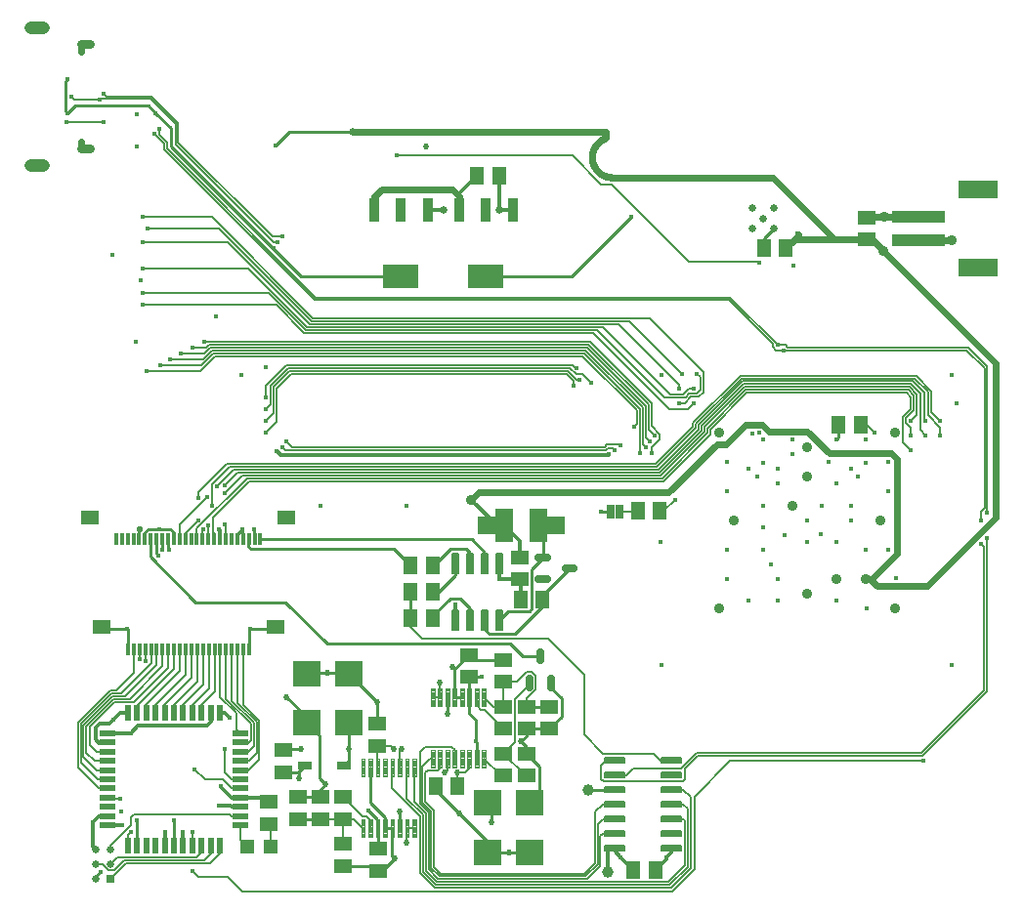
<source format=gbr>
G04 EAGLE Gerber RS-274X export*
G75*
%MOMM*%
%FSLAX34Y34*%
%LPD*%
%INTop Copper*%
%IPPOS*%
%AMOC8*
5,1,8,0,0,1.08239X$1,22.5*%
G01*
%ADD10C,1.100000*%
%ADD11C,0.754000*%
%ADD12C,0.604000*%
%ADD13R,1.300000X1.500000*%
%ADD14R,0.300000X1.000000*%
%ADD15R,1.650000X1.300000*%
%ADD16R,0.508000X1.473200*%
%ADD17R,1.473200X0.508000*%
%ADD18R,1.200000X1.200000*%
%ADD19R,1.600000X1.300000*%
%ADD20C,0.150000*%
%ADD21R,1.300000X1.600000*%
%ADD22C,1.000000*%
%ADD23C,0.635000*%
%ADD24R,0.635000X0.635000*%
%ADD25R,1.500000X3.000000*%
%ADD26C,0.650000*%
%ADD27R,1.500000X1.300000*%
%ADD28C,0.654000*%
%ADD29R,4.600000X1.000000*%
%ADD30R,3.400000X1.600000*%
%ADD31R,0.950000X2.150000*%
%ADD32R,3.150000X2.150000*%
%ADD33R,0.635000X1.270000*%
%ADD34C,0.102500*%
%ADD35R,2.413000X2.260600*%
%ADD36R,1.150000X0.800000*%
%ADD37C,0.452400*%
%ADD38C,0.900000*%
%ADD39C,0.304800*%
%ADD40C,0.254000*%
%ADD41C,0.609600*%
%ADD42C,0.525000*%
%ADD43C,0.533400*%
%ADD44C,0.152400*%
%ADD45C,0.675000*%
%ADD46C,0.600000*%

G36*
X484587Y313162D02*
X484587Y313162D01*
X484582Y313169D01*
X484589Y313175D01*
X484589Y328175D01*
X484553Y328222D01*
X484546Y328217D01*
X484540Y328224D01*
X459740Y328224D01*
X459693Y328188D01*
X459698Y328181D01*
X459691Y328175D01*
X459691Y313175D01*
X459727Y313128D01*
X459734Y313133D01*
X459740Y313126D01*
X484540Y313126D01*
X484587Y313162D01*
G37*
G36*
X434387Y313162D02*
X434387Y313162D01*
X434382Y313169D01*
X434389Y313175D01*
X434389Y328175D01*
X434353Y328222D01*
X434346Y328217D01*
X434340Y328224D01*
X409540Y328224D01*
X409493Y328188D01*
X409498Y328181D01*
X409491Y328175D01*
X409491Y313175D01*
X409527Y313128D01*
X409534Y313133D01*
X409540Y313126D01*
X434340Y313126D01*
X434387Y313162D01*
G37*
D10*
X22000Y632800D02*
X33000Y632800D01*
X33000Y752200D02*
X22000Y752200D01*
D11*
X65930Y647000D02*
X73470Y647000D01*
D12*
X65450Y647570D02*
X65450Y653610D01*
D11*
X65930Y738000D02*
X73470Y738000D01*
D12*
X65450Y737430D02*
X65450Y731390D01*
D13*
X722020Y407670D03*
X741020Y407670D03*
X548284Y332994D03*
X567284Y332994D03*
D14*
X211250Y213360D03*
D15*
X234000Y232360D03*
X83500Y232360D03*
D14*
X206250Y213360D03*
X201250Y213360D03*
X196250Y213360D03*
X191250Y213360D03*
X186250Y213360D03*
X181250Y213360D03*
X176250Y213360D03*
X171250Y213360D03*
X166250Y213360D03*
X161250Y213360D03*
X156250Y213360D03*
X151250Y213360D03*
X146250Y213360D03*
X141250Y213360D03*
X136250Y213360D03*
X131250Y213360D03*
X126250Y213360D03*
X121250Y213360D03*
X116250Y213360D03*
X111250Y213360D03*
X106250Y213360D03*
X220940Y308250D03*
X215940Y308250D03*
X210940Y308250D03*
X205940Y308250D03*
X200940Y308250D03*
X195940Y308250D03*
X190940Y308250D03*
X185940Y308250D03*
X180940Y308250D03*
X175940Y308250D03*
X170940Y308250D03*
X165940Y308250D03*
X160940Y308250D03*
X155940Y308250D03*
X150940Y308250D03*
X145940Y308250D03*
X140940Y308250D03*
X135940Y308250D03*
X130940Y308250D03*
X125940Y308250D03*
X120940Y308250D03*
X115940Y308250D03*
X110940Y308250D03*
X105940Y308250D03*
X100940Y308250D03*
X95940Y308250D03*
D15*
X243440Y327250D03*
X73440Y327250D03*
D16*
X106172Y42926D03*
X114046Y42926D03*
X122174Y42926D03*
X130048Y42926D03*
X138176Y42926D03*
X146050Y42926D03*
X153924Y42926D03*
X162052Y42926D03*
X169926Y42926D03*
X178054Y42926D03*
X185928Y42926D03*
D17*
X203454Y60452D03*
X203454Y68326D03*
X203454Y76454D03*
X203454Y84328D03*
X203454Y92456D03*
X203454Y100330D03*
X203454Y108204D03*
X203454Y116332D03*
X203454Y124206D03*
X203454Y132334D03*
X203454Y140208D03*
D16*
X185928Y157734D03*
X178054Y157734D03*
X169926Y157734D03*
X162052Y157734D03*
X153924Y157734D03*
X146050Y157734D03*
X138176Y157734D03*
X130048Y157734D03*
X122174Y157734D03*
X114046Y157734D03*
X106172Y157734D03*
D17*
X88646Y140208D03*
X88646Y132334D03*
X88646Y124206D03*
X88646Y116332D03*
X88646Y108204D03*
X88646Y100330D03*
X88646Y92456D03*
X88646Y84328D03*
X88646Y76454D03*
X88646Y68326D03*
X88646Y60452D03*
D18*
X230210Y41910D03*
X209210Y41910D03*
D19*
X228600Y61620D03*
X228600Y80620D03*
D20*
X392140Y229590D02*
X392140Y247090D01*
X392140Y229590D02*
X387640Y229590D01*
X387640Y247090D01*
X392140Y247090D01*
X392140Y231015D02*
X387640Y231015D01*
X387640Y232440D02*
X392140Y232440D01*
X392140Y233865D02*
X387640Y233865D01*
X387640Y235290D02*
X392140Y235290D01*
X392140Y236715D02*
X387640Y236715D01*
X387640Y238140D02*
X392140Y238140D01*
X392140Y239565D02*
X387640Y239565D01*
X387640Y240990D02*
X392140Y240990D01*
X392140Y242415D02*
X387640Y242415D01*
X387640Y243840D02*
X392140Y243840D01*
X392140Y245265D02*
X387640Y245265D01*
X387640Y246690D02*
X392140Y246690D01*
X404840Y247090D02*
X404840Y229590D01*
X400340Y229590D01*
X400340Y247090D01*
X404840Y247090D01*
X404840Y231015D02*
X400340Y231015D01*
X400340Y232440D02*
X404840Y232440D01*
X404840Y233865D02*
X400340Y233865D01*
X400340Y235290D02*
X404840Y235290D01*
X404840Y236715D02*
X400340Y236715D01*
X400340Y238140D02*
X404840Y238140D01*
X404840Y239565D02*
X400340Y239565D01*
X400340Y240990D02*
X404840Y240990D01*
X404840Y242415D02*
X400340Y242415D01*
X400340Y243840D02*
X404840Y243840D01*
X404840Y245265D02*
X400340Y245265D01*
X400340Y246690D02*
X404840Y246690D01*
X417540Y247090D02*
X417540Y229590D01*
X413040Y229590D01*
X413040Y247090D01*
X417540Y247090D01*
X417540Y231015D02*
X413040Y231015D01*
X413040Y232440D02*
X417540Y232440D01*
X417540Y233865D02*
X413040Y233865D01*
X413040Y235290D02*
X417540Y235290D01*
X417540Y236715D02*
X413040Y236715D01*
X413040Y238140D02*
X417540Y238140D01*
X417540Y239565D02*
X413040Y239565D01*
X413040Y240990D02*
X417540Y240990D01*
X417540Y242415D02*
X413040Y242415D01*
X413040Y243840D02*
X417540Y243840D01*
X417540Y245265D02*
X413040Y245265D01*
X413040Y246690D02*
X417540Y246690D01*
X430240Y247090D02*
X430240Y229590D01*
X425740Y229590D01*
X425740Y247090D01*
X430240Y247090D01*
X430240Y231015D02*
X425740Y231015D01*
X425740Y232440D02*
X430240Y232440D01*
X430240Y233865D02*
X425740Y233865D01*
X425740Y235290D02*
X430240Y235290D01*
X430240Y236715D02*
X425740Y236715D01*
X425740Y238140D02*
X430240Y238140D01*
X430240Y239565D02*
X425740Y239565D01*
X425740Y240990D02*
X430240Y240990D01*
X430240Y242415D02*
X425740Y242415D01*
X425740Y243840D02*
X430240Y243840D01*
X430240Y245265D02*
X425740Y245265D01*
X425740Y246690D02*
X430240Y246690D01*
X430240Y278690D02*
X430240Y296190D01*
X430240Y278690D02*
X425740Y278690D01*
X425740Y296190D01*
X430240Y296190D01*
X430240Y280115D02*
X425740Y280115D01*
X425740Y281540D02*
X430240Y281540D01*
X430240Y282965D02*
X425740Y282965D01*
X425740Y284390D02*
X430240Y284390D01*
X430240Y285815D02*
X425740Y285815D01*
X425740Y287240D02*
X430240Y287240D01*
X430240Y288665D02*
X425740Y288665D01*
X425740Y290090D02*
X430240Y290090D01*
X430240Y291515D02*
X425740Y291515D01*
X425740Y292940D02*
X430240Y292940D01*
X430240Y294365D02*
X425740Y294365D01*
X425740Y295790D02*
X430240Y295790D01*
X417540Y296190D02*
X417540Y278690D01*
X413040Y278690D01*
X413040Y296190D01*
X417540Y296190D01*
X417540Y280115D02*
X413040Y280115D01*
X413040Y281540D02*
X417540Y281540D01*
X417540Y282965D02*
X413040Y282965D01*
X413040Y284390D02*
X417540Y284390D01*
X417540Y285815D02*
X413040Y285815D01*
X413040Y287240D02*
X417540Y287240D01*
X417540Y288665D02*
X413040Y288665D01*
X413040Y290090D02*
X417540Y290090D01*
X417540Y291515D02*
X413040Y291515D01*
X413040Y292940D02*
X417540Y292940D01*
X417540Y294365D02*
X413040Y294365D01*
X413040Y295790D02*
X417540Y295790D01*
X404840Y296190D02*
X404840Y278690D01*
X400340Y278690D01*
X400340Y296190D01*
X404840Y296190D01*
X404840Y280115D02*
X400340Y280115D01*
X400340Y281540D02*
X404840Y281540D01*
X404840Y282965D02*
X400340Y282965D01*
X400340Y284390D02*
X404840Y284390D01*
X404840Y285815D02*
X400340Y285815D01*
X400340Y287240D02*
X404840Y287240D01*
X404840Y288665D02*
X400340Y288665D01*
X400340Y290090D02*
X404840Y290090D01*
X404840Y291515D02*
X400340Y291515D01*
X400340Y292940D02*
X404840Y292940D01*
X404840Y294365D02*
X400340Y294365D01*
X400340Y295790D02*
X404840Y295790D01*
X392140Y296190D02*
X392140Y278690D01*
X387640Y278690D01*
X387640Y296190D01*
X392140Y296190D01*
X392140Y280115D02*
X387640Y280115D01*
X387640Y281540D02*
X392140Y281540D01*
X392140Y282965D02*
X387640Y282965D01*
X387640Y284390D02*
X392140Y284390D01*
X392140Y285815D02*
X387640Y285815D01*
X387640Y287240D02*
X392140Y287240D01*
X392140Y288665D02*
X387640Y288665D01*
X387640Y290090D02*
X392140Y290090D01*
X392140Y291515D02*
X387640Y291515D01*
X387640Y292940D02*
X392140Y292940D01*
X392140Y294365D02*
X387640Y294365D01*
X387640Y295790D02*
X392140Y295790D01*
D21*
X351180Y285750D03*
X370180Y285750D03*
D20*
X568250Y42890D02*
X585750Y42890D01*
X585750Y38390D01*
X568250Y38390D01*
X568250Y42890D01*
X568250Y39815D02*
X585750Y39815D01*
X585750Y41240D02*
X568250Y41240D01*
X568250Y42665D02*
X585750Y42665D01*
X585750Y55590D02*
X568250Y55590D01*
X585750Y55590D02*
X585750Y51090D01*
X568250Y51090D01*
X568250Y55590D01*
X568250Y52515D02*
X585750Y52515D01*
X585750Y53940D02*
X568250Y53940D01*
X568250Y55365D02*
X585750Y55365D01*
X585750Y68290D02*
X568250Y68290D01*
X585750Y68290D02*
X585750Y63790D01*
X568250Y63790D01*
X568250Y68290D01*
X568250Y65215D02*
X585750Y65215D01*
X585750Y66640D02*
X568250Y66640D01*
X568250Y68065D02*
X585750Y68065D01*
X585750Y80990D02*
X568250Y80990D01*
X585750Y80990D02*
X585750Y76490D01*
X568250Y76490D01*
X568250Y80990D01*
X568250Y77915D02*
X585750Y77915D01*
X585750Y79340D02*
X568250Y79340D01*
X568250Y80765D02*
X585750Y80765D01*
X585750Y93690D02*
X568250Y93690D01*
X585750Y93690D02*
X585750Y89190D01*
X568250Y89190D01*
X568250Y93690D01*
X568250Y90615D02*
X585750Y90615D01*
X585750Y92040D02*
X568250Y92040D01*
X568250Y93465D02*
X585750Y93465D01*
X585750Y106390D02*
X568250Y106390D01*
X585750Y106390D02*
X585750Y101890D01*
X568250Y101890D01*
X568250Y106390D01*
X568250Y103315D02*
X585750Y103315D01*
X585750Y104740D02*
X568250Y104740D01*
X568250Y106165D02*
X585750Y106165D01*
X585750Y119090D02*
X568250Y119090D01*
X585750Y119090D02*
X585750Y114590D01*
X568250Y114590D01*
X568250Y119090D01*
X568250Y116015D02*
X585750Y116015D01*
X585750Y117440D02*
X568250Y117440D01*
X568250Y118865D02*
X585750Y118865D01*
X536650Y119090D02*
X519150Y119090D01*
X536650Y119090D02*
X536650Y114590D01*
X519150Y114590D01*
X519150Y119090D01*
X519150Y116015D02*
X536650Y116015D01*
X536650Y117440D02*
X519150Y117440D01*
X519150Y118865D02*
X536650Y118865D01*
X536650Y106390D02*
X519150Y106390D01*
X536650Y106390D02*
X536650Y101890D01*
X519150Y101890D01*
X519150Y106390D01*
X519150Y103315D02*
X536650Y103315D01*
X536650Y104740D02*
X519150Y104740D01*
X519150Y106165D02*
X536650Y106165D01*
X536650Y93690D02*
X519150Y93690D01*
X536650Y93690D02*
X536650Y89190D01*
X519150Y89190D01*
X519150Y93690D01*
X519150Y90615D02*
X536650Y90615D01*
X536650Y92040D02*
X519150Y92040D01*
X519150Y93465D02*
X536650Y93465D01*
X536650Y80990D02*
X519150Y80990D01*
X536650Y80990D02*
X536650Y76490D01*
X519150Y76490D01*
X519150Y80990D01*
X519150Y77915D02*
X536650Y77915D01*
X536650Y79340D02*
X519150Y79340D01*
X519150Y80765D02*
X536650Y80765D01*
X536650Y68290D02*
X519150Y68290D01*
X536650Y68290D02*
X536650Y63790D01*
X519150Y63790D01*
X519150Y68290D01*
X519150Y65215D02*
X536650Y65215D01*
X536650Y66640D02*
X519150Y66640D01*
X519150Y68065D02*
X536650Y68065D01*
X536650Y55590D02*
X519150Y55590D01*
X536650Y55590D02*
X536650Y51090D01*
X519150Y51090D01*
X519150Y55590D01*
X519150Y52515D02*
X536650Y52515D01*
X536650Y53940D02*
X519150Y53940D01*
X519150Y55365D02*
X536650Y55365D01*
X536650Y42890D02*
X519150Y42890D01*
X536650Y42890D02*
X536650Y38390D01*
X519150Y38390D01*
X519150Y42890D01*
X519150Y39815D02*
X536650Y39815D01*
X536650Y41240D02*
X519150Y41240D01*
X519150Y42665D02*
X536650Y42665D01*
D22*
X505460Y91440D03*
X521970Y20320D03*
D13*
X563220Y21590D03*
X544220Y21590D03*
D23*
X78740Y13970D03*
X78740Y26670D03*
X78740Y39370D03*
X91440Y39370D03*
X91440Y26670D03*
D24*
X91440Y13970D03*
D25*
X432040Y320675D03*
X462040Y320675D03*
D26*
X462270Y292710D02*
X469770Y292710D01*
X469770Y273710D02*
X462270Y273710D01*
X485270Y283210D02*
X492770Y283210D01*
D13*
X465430Y256540D03*
X446430Y256540D03*
D27*
X445770Y292710D03*
X445770Y273710D03*
D21*
X370180Y240030D03*
X351180Y240030D03*
X370180Y262890D03*
X351180Y262890D03*
D28*
X656590Y586740D03*
X647590Y595740D03*
X647590Y577740D03*
X665590Y577740D03*
X665590Y595740D03*
D27*
X746760Y568350D03*
X746760Y587350D03*
D13*
X676250Y561340D03*
X657250Y561340D03*
D29*
X791040Y587850D03*
X791040Y567850D03*
D30*
X843040Y611850D03*
X843040Y543850D03*
D31*
X365900Y594150D03*
X342900Y594150D03*
X319900Y594150D03*
D32*
X342900Y536150D03*
D31*
X439560Y594150D03*
X416560Y594150D03*
X393560Y594150D03*
D32*
X416560Y536150D03*
D13*
X427940Y623720D03*
X408940Y623720D03*
D33*
X524256Y332105D03*
X532384Y332105D03*
D34*
X371743Y126118D02*
X371743Y110742D01*
X368667Y110742D01*
X368667Y126118D01*
X371743Y126118D01*
X371743Y111716D02*
X368667Y111716D01*
X368667Y112690D02*
X371743Y112690D01*
X371743Y113664D02*
X368667Y113664D01*
X368667Y114638D02*
X371743Y114638D01*
X371743Y115612D02*
X368667Y115612D01*
X368667Y116586D02*
X371743Y116586D01*
X371743Y117560D02*
X368667Y117560D01*
X368667Y118534D02*
X371743Y118534D01*
X371743Y119508D02*
X368667Y119508D01*
X368667Y120482D02*
X371743Y120482D01*
X371743Y121456D02*
X368667Y121456D01*
X368667Y122430D02*
X371743Y122430D01*
X371743Y123404D02*
X368667Y123404D01*
X368667Y124378D02*
X371743Y124378D01*
X371743Y125352D02*
X368667Y125352D01*
X378093Y126118D02*
X378093Y110742D01*
X375017Y110742D01*
X375017Y126118D01*
X378093Y126118D01*
X378093Y111716D02*
X375017Y111716D01*
X375017Y112690D02*
X378093Y112690D01*
X378093Y113664D02*
X375017Y113664D01*
X375017Y114638D02*
X378093Y114638D01*
X378093Y115612D02*
X375017Y115612D01*
X375017Y116586D02*
X378093Y116586D01*
X378093Y117560D02*
X375017Y117560D01*
X375017Y118534D02*
X378093Y118534D01*
X378093Y119508D02*
X375017Y119508D01*
X375017Y120482D02*
X378093Y120482D01*
X378093Y121456D02*
X375017Y121456D01*
X375017Y122430D02*
X378093Y122430D01*
X378093Y123404D02*
X375017Y123404D01*
X375017Y124378D02*
X378093Y124378D01*
X378093Y125352D02*
X375017Y125352D01*
X384443Y126118D02*
X384443Y110742D01*
X381367Y110742D01*
X381367Y126118D01*
X384443Y126118D01*
X384443Y111716D02*
X381367Y111716D01*
X381367Y112690D02*
X384443Y112690D01*
X384443Y113664D02*
X381367Y113664D01*
X381367Y114638D02*
X384443Y114638D01*
X384443Y115612D02*
X381367Y115612D01*
X381367Y116586D02*
X384443Y116586D01*
X384443Y117560D02*
X381367Y117560D01*
X381367Y118534D02*
X384443Y118534D01*
X384443Y119508D02*
X381367Y119508D01*
X381367Y120482D02*
X384443Y120482D01*
X384443Y121456D02*
X381367Y121456D01*
X381367Y122430D02*
X384443Y122430D01*
X384443Y123404D02*
X381367Y123404D01*
X381367Y124378D02*
X384443Y124378D01*
X384443Y125352D02*
X381367Y125352D01*
X390793Y126118D02*
X390793Y110742D01*
X387717Y110742D01*
X387717Y126118D01*
X390793Y126118D01*
X390793Y111716D02*
X387717Y111716D01*
X387717Y112690D02*
X390793Y112690D01*
X390793Y113664D02*
X387717Y113664D01*
X387717Y114638D02*
X390793Y114638D01*
X390793Y115612D02*
X387717Y115612D01*
X387717Y116586D02*
X390793Y116586D01*
X390793Y117560D02*
X387717Y117560D01*
X387717Y118534D02*
X390793Y118534D01*
X390793Y119508D02*
X387717Y119508D01*
X387717Y120482D02*
X390793Y120482D01*
X390793Y121456D02*
X387717Y121456D01*
X387717Y122430D02*
X390793Y122430D01*
X390793Y123404D02*
X387717Y123404D01*
X387717Y124378D02*
X390793Y124378D01*
X390793Y125352D02*
X387717Y125352D01*
X397143Y126118D02*
X397143Y110742D01*
X394067Y110742D01*
X394067Y126118D01*
X397143Y126118D01*
X397143Y111716D02*
X394067Y111716D01*
X394067Y112690D02*
X397143Y112690D01*
X397143Y113664D02*
X394067Y113664D01*
X394067Y114638D02*
X397143Y114638D01*
X397143Y115612D02*
X394067Y115612D01*
X394067Y116586D02*
X397143Y116586D01*
X397143Y117560D02*
X394067Y117560D01*
X394067Y118534D02*
X397143Y118534D01*
X397143Y119508D02*
X394067Y119508D01*
X394067Y120482D02*
X397143Y120482D01*
X397143Y121456D02*
X394067Y121456D01*
X394067Y122430D02*
X397143Y122430D01*
X397143Y123404D02*
X394067Y123404D01*
X394067Y124378D02*
X397143Y124378D01*
X397143Y125352D02*
X394067Y125352D01*
X403493Y126118D02*
X403493Y110742D01*
X400417Y110742D01*
X400417Y126118D01*
X403493Y126118D01*
X403493Y111716D02*
X400417Y111716D01*
X400417Y112690D02*
X403493Y112690D01*
X403493Y113664D02*
X400417Y113664D01*
X400417Y114638D02*
X403493Y114638D01*
X403493Y115612D02*
X400417Y115612D01*
X400417Y116586D02*
X403493Y116586D01*
X403493Y117560D02*
X400417Y117560D01*
X400417Y118534D02*
X403493Y118534D01*
X403493Y119508D02*
X400417Y119508D01*
X400417Y120482D02*
X403493Y120482D01*
X403493Y121456D02*
X400417Y121456D01*
X400417Y122430D02*
X403493Y122430D01*
X403493Y123404D02*
X400417Y123404D01*
X400417Y124378D02*
X403493Y124378D01*
X403493Y125352D02*
X400417Y125352D01*
X409843Y126118D02*
X409843Y110742D01*
X406767Y110742D01*
X406767Y126118D01*
X409843Y126118D01*
X409843Y111716D02*
X406767Y111716D01*
X406767Y112690D02*
X409843Y112690D01*
X409843Y113664D02*
X406767Y113664D01*
X406767Y114638D02*
X409843Y114638D01*
X409843Y115612D02*
X406767Y115612D01*
X406767Y116586D02*
X409843Y116586D01*
X409843Y117560D02*
X406767Y117560D01*
X406767Y118534D02*
X409843Y118534D01*
X409843Y119508D02*
X406767Y119508D01*
X406767Y120482D02*
X409843Y120482D01*
X409843Y121456D02*
X406767Y121456D01*
X406767Y122430D02*
X409843Y122430D01*
X409843Y123404D02*
X406767Y123404D01*
X406767Y124378D02*
X409843Y124378D01*
X409843Y125352D02*
X406767Y125352D01*
X416193Y126118D02*
X416193Y110742D01*
X413117Y110742D01*
X413117Y126118D01*
X416193Y126118D01*
X416193Y111716D02*
X413117Y111716D01*
X413117Y112690D02*
X416193Y112690D01*
X416193Y113664D02*
X413117Y113664D01*
X413117Y114638D02*
X416193Y114638D01*
X416193Y115612D02*
X413117Y115612D01*
X413117Y116586D02*
X416193Y116586D01*
X416193Y117560D02*
X413117Y117560D01*
X413117Y118534D02*
X416193Y118534D01*
X416193Y119508D02*
X413117Y119508D01*
X413117Y120482D02*
X416193Y120482D01*
X416193Y121456D02*
X413117Y121456D01*
X413117Y122430D02*
X416193Y122430D01*
X416193Y123404D02*
X413117Y123404D01*
X413117Y124378D02*
X416193Y124378D01*
X416193Y125352D02*
X413117Y125352D01*
X416193Y163442D02*
X416193Y178818D01*
X416193Y163442D02*
X413117Y163442D01*
X413117Y178818D01*
X416193Y178818D01*
X416193Y164416D02*
X413117Y164416D01*
X413117Y165390D02*
X416193Y165390D01*
X416193Y166364D02*
X413117Y166364D01*
X413117Y167338D02*
X416193Y167338D01*
X416193Y168312D02*
X413117Y168312D01*
X413117Y169286D02*
X416193Y169286D01*
X416193Y170260D02*
X413117Y170260D01*
X413117Y171234D02*
X416193Y171234D01*
X416193Y172208D02*
X413117Y172208D01*
X413117Y173182D02*
X416193Y173182D01*
X416193Y174156D02*
X413117Y174156D01*
X413117Y175130D02*
X416193Y175130D01*
X416193Y176104D02*
X413117Y176104D01*
X413117Y177078D02*
X416193Y177078D01*
X416193Y178052D02*
X413117Y178052D01*
X409843Y178818D02*
X409843Y163442D01*
X406767Y163442D01*
X406767Y178818D01*
X409843Y178818D01*
X409843Y164416D02*
X406767Y164416D01*
X406767Y165390D02*
X409843Y165390D01*
X409843Y166364D02*
X406767Y166364D01*
X406767Y167338D02*
X409843Y167338D01*
X409843Y168312D02*
X406767Y168312D01*
X406767Y169286D02*
X409843Y169286D01*
X409843Y170260D02*
X406767Y170260D01*
X406767Y171234D02*
X409843Y171234D01*
X409843Y172208D02*
X406767Y172208D01*
X406767Y173182D02*
X409843Y173182D01*
X409843Y174156D02*
X406767Y174156D01*
X406767Y175130D02*
X409843Y175130D01*
X409843Y176104D02*
X406767Y176104D01*
X406767Y177078D02*
X409843Y177078D01*
X409843Y178052D02*
X406767Y178052D01*
X403493Y178818D02*
X403493Y163442D01*
X400417Y163442D01*
X400417Y178818D01*
X403493Y178818D01*
X403493Y164416D02*
X400417Y164416D01*
X400417Y165390D02*
X403493Y165390D01*
X403493Y166364D02*
X400417Y166364D01*
X400417Y167338D02*
X403493Y167338D01*
X403493Y168312D02*
X400417Y168312D01*
X400417Y169286D02*
X403493Y169286D01*
X403493Y170260D02*
X400417Y170260D01*
X400417Y171234D02*
X403493Y171234D01*
X403493Y172208D02*
X400417Y172208D01*
X400417Y173182D02*
X403493Y173182D01*
X403493Y174156D02*
X400417Y174156D01*
X400417Y175130D02*
X403493Y175130D01*
X403493Y176104D02*
X400417Y176104D01*
X400417Y177078D02*
X403493Y177078D01*
X403493Y178052D02*
X400417Y178052D01*
X397143Y178818D02*
X397143Y163442D01*
X394067Y163442D01*
X394067Y178818D01*
X397143Y178818D01*
X397143Y164416D02*
X394067Y164416D01*
X394067Y165390D02*
X397143Y165390D01*
X397143Y166364D02*
X394067Y166364D01*
X394067Y167338D02*
X397143Y167338D01*
X397143Y168312D02*
X394067Y168312D01*
X394067Y169286D02*
X397143Y169286D01*
X397143Y170260D02*
X394067Y170260D01*
X394067Y171234D02*
X397143Y171234D01*
X397143Y172208D02*
X394067Y172208D01*
X394067Y173182D02*
X397143Y173182D01*
X397143Y174156D02*
X394067Y174156D01*
X394067Y175130D02*
X397143Y175130D01*
X397143Y176104D02*
X394067Y176104D01*
X394067Y177078D02*
X397143Y177078D01*
X397143Y178052D02*
X394067Y178052D01*
X390793Y178818D02*
X390793Y163442D01*
X387717Y163442D01*
X387717Y178818D01*
X390793Y178818D01*
X390793Y164416D02*
X387717Y164416D01*
X387717Y165390D02*
X390793Y165390D01*
X390793Y166364D02*
X387717Y166364D01*
X387717Y167338D02*
X390793Y167338D01*
X390793Y168312D02*
X387717Y168312D01*
X387717Y169286D02*
X390793Y169286D01*
X390793Y170260D02*
X387717Y170260D01*
X387717Y171234D02*
X390793Y171234D01*
X390793Y172208D02*
X387717Y172208D01*
X387717Y173182D02*
X390793Y173182D01*
X390793Y174156D02*
X387717Y174156D01*
X387717Y175130D02*
X390793Y175130D01*
X390793Y176104D02*
X387717Y176104D01*
X387717Y177078D02*
X390793Y177078D01*
X390793Y178052D02*
X387717Y178052D01*
X384443Y178818D02*
X384443Y163442D01*
X381367Y163442D01*
X381367Y178818D01*
X384443Y178818D01*
X384443Y164416D02*
X381367Y164416D01*
X381367Y165390D02*
X384443Y165390D01*
X384443Y166364D02*
X381367Y166364D01*
X381367Y167338D02*
X384443Y167338D01*
X384443Y168312D02*
X381367Y168312D01*
X381367Y169286D02*
X384443Y169286D01*
X384443Y170260D02*
X381367Y170260D01*
X381367Y171234D02*
X384443Y171234D01*
X384443Y172208D02*
X381367Y172208D01*
X381367Y173182D02*
X384443Y173182D01*
X384443Y174156D02*
X381367Y174156D01*
X381367Y175130D02*
X384443Y175130D01*
X384443Y176104D02*
X381367Y176104D01*
X381367Y177078D02*
X384443Y177078D01*
X384443Y178052D02*
X381367Y178052D01*
X378093Y178818D02*
X378093Y163442D01*
X375017Y163442D01*
X375017Y178818D01*
X378093Y178818D01*
X378093Y164416D02*
X375017Y164416D01*
X375017Y165390D02*
X378093Y165390D01*
X378093Y166364D02*
X375017Y166364D01*
X375017Y167338D02*
X378093Y167338D01*
X378093Y168312D02*
X375017Y168312D01*
X375017Y169286D02*
X378093Y169286D01*
X378093Y170260D02*
X375017Y170260D01*
X375017Y171234D02*
X378093Y171234D01*
X378093Y172208D02*
X375017Y172208D01*
X375017Y173182D02*
X378093Y173182D01*
X378093Y174156D02*
X375017Y174156D01*
X375017Y175130D02*
X378093Y175130D01*
X378093Y176104D02*
X375017Y176104D01*
X375017Y177078D02*
X378093Y177078D01*
X378093Y178052D02*
X375017Y178052D01*
X371743Y178818D02*
X371743Y163442D01*
X368667Y163442D01*
X368667Y178818D01*
X371743Y178818D01*
X371743Y164416D02*
X368667Y164416D01*
X368667Y165390D02*
X371743Y165390D01*
X371743Y166364D02*
X368667Y166364D01*
X368667Y167338D02*
X371743Y167338D01*
X371743Y168312D02*
X368667Y168312D01*
X368667Y169286D02*
X371743Y169286D01*
X371743Y170260D02*
X368667Y170260D01*
X368667Y171234D02*
X371743Y171234D01*
X371743Y172208D02*
X368667Y172208D01*
X368667Y173182D02*
X371743Y173182D01*
X371743Y174156D02*
X368667Y174156D01*
X368667Y175130D02*
X371743Y175130D01*
X371743Y176104D02*
X368667Y176104D01*
X368667Y177078D02*
X371743Y177078D01*
X371743Y178052D02*
X368667Y178052D01*
D26*
X454050Y180330D02*
X454050Y187830D01*
X473050Y187830D02*
X473050Y180330D01*
X463550Y203330D02*
X463550Y210830D01*
D27*
X431800Y144170D03*
X431800Y163170D03*
X431800Y184810D03*
X431800Y203810D03*
X471170Y144170D03*
X471170Y163170D03*
X452120Y122530D03*
X452120Y103530D03*
X431800Y122530D03*
X431800Y103530D03*
X401701Y189128D03*
X401701Y208128D03*
D13*
X391770Y94615D03*
X372770Y94615D03*
D27*
X451612Y163424D03*
X451612Y144424D03*
D35*
X417830Y79756D03*
X417830Y37084D03*
X454660Y79756D03*
X454660Y37084D03*
D34*
X352792Y103117D02*
X352792Y118493D01*
X355868Y118493D01*
X355868Y103117D01*
X352792Y103117D01*
X352792Y104091D02*
X355868Y104091D01*
X355868Y105065D02*
X352792Y105065D01*
X352792Y106039D02*
X355868Y106039D01*
X355868Y107013D02*
X352792Y107013D01*
X352792Y107987D02*
X355868Y107987D01*
X355868Y108961D02*
X352792Y108961D01*
X352792Y109935D02*
X355868Y109935D01*
X355868Y110909D02*
X352792Y110909D01*
X352792Y111883D02*
X355868Y111883D01*
X355868Y112857D02*
X352792Y112857D01*
X352792Y113831D02*
X355868Y113831D01*
X355868Y114805D02*
X352792Y114805D01*
X352792Y115779D02*
X355868Y115779D01*
X355868Y116753D02*
X352792Y116753D01*
X352792Y117727D02*
X355868Y117727D01*
X346442Y118493D02*
X346442Y103117D01*
X346442Y118493D02*
X349518Y118493D01*
X349518Y103117D01*
X346442Y103117D01*
X346442Y104091D02*
X349518Y104091D01*
X349518Y105065D02*
X346442Y105065D01*
X346442Y106039D02*
X349518Y106039D01*
X349518Y107013D02*
X346442Y107013D01*
X346442Y107987D02*
X349518Y107987D01*
X349518Y108961D02*
X346442Y108961D01*
X346442Y109935D02*
X349518Y109935D01*
X349518Y110909D02*
X346442Y110909D01*
X346442Y111883D02*
X349518Y111883D01*
X349518Y112857D02*
X346442Y112857D01*
X346442Y113831D02*
X349518Y113831D01*
X349518Y114805D02*
X346442Y114805D01*
X346442Y115779D02*
X349518Y115779D01*
X349518Y116753D02*
X346442Y116753D01*
X346442Y117727D02*
X349518Y117727D01*
X340092Y118493D02*
X340092Y103117D01*
X340092Y118493D02*
X343168Y118493D01*
X343168Y103117D01*
X340092Y103117D01*
X340092Y104091D02*
X343168Y104091D01*
X343168Y105065D02*
X340092Y105065D01*
X340092Y106039D02*
X343168Y106039D01*
X343168Y107013D02*
X340092Y107013D01*
X340092Y107987D02*
X343168Y107987D01*
X343168Y108961D02*
X340092Y108961D01*
X340092Y109935D02*
X343168Y109935D01*
X343168Y110909D02*
X340092Y110909D01*
X340092Y111883D02*
X343168Y111883D01*
X343168Y112857D02*
X340092Y112857D01*
X340092Y113831D02*
X343168Y113831D01*
X343168Y114805D02*
X340092Y114805D01*
X340092Y115779D02*
X343168Y115779D01*
X343168Y116753D02*
X340092Y116753D01*
X340092Y117727D02*
X343168Y117727D01*
X333742Y118493D02*
X333742Y103117D01*
X333742Y118493D02*
X336818Y118493D01*
X336818Y103117D01*
X333742Y103117D01*
X333742Y104091D02*
X336818Y104091D01*
X336818Y105065D02*
X333742Y105065D01*
X333742Y106039D02*
X336818Y106039D01*
X336818Y107013D02*
X333742Y107013D01*
X333742Y107987D02*
X336818Y107987D01*
X336818Y108961D02*
X333742Y108961D01*
X333742Y109935D02*
X336818Y109935D01*
X336818Y110909D02*
X333742Y110909D01*
X333742Y111883D02*
X336818Y111883D01*
X336818Y112857D02*
X333742Y112857D01*
X333742Y113831D02*
X336818Y113831D01*
X336818Y114805D02*
X333742Y114805D01*
X333742Y115779D02*
X336818Y115779D01*
X336818Y116753D02*
X333742Y116753D01*
X333742Y117727D02*
X336818Y117727D01*
X327392Y118493D02*
X327392Y103117D01*
X327392Y118493D02*
X330468Y118493D01*
X330468Y103117D01*
X327392Y103117D01*
X327392Y104091D02*
X330468Y104091D01*
X330468Y105065D02*
X327392Y105065D01*
X327392Y106039D02*
X330468Y106039D01*
X330468Y107013D02*
X327392Y107013D01*
X327392Y107987D02*
X330468Y107987D01*
X330468Y108961D02*
X327392Y108961D01*
X327392Y109935D02*
X330468Y109935D01*
X330468Y110909D02*
X327392Y110909D01*
X327392Y111883D02*
X330468Y111883D01*
X330468Y112857D02*
X327392Y112857D01*
X327392Y113831D02*
X330468Y113831D01*
X330468Y114805D02*
X327392Y114805D01*
X327392Y115779D02*
X330468Y115779D01*
X330468Y116753D02*
X327392Y116753D01*
X327392Y117727D02*
X330468Y117727D01*
X321042Y118493D02*
X321042Y103117D01*
X321042Y118493D02*
X324118Y118493D01*
X324118Y103117D01*
X321042Y103117D01*
X321042Y104091D02*
X324118Y104091D01*
X324118Y105065D02*
X321042Y105065D01*
X321042Y106039D02*
X324118Y106039D01*
X324118Y107013D02*
X321042Y107013D01*
X321042Y107987D02*
X324118Y107987D01*
X324118Y108961D02*
X321042Y108961D01*
X321042Y109935D02*
X324118Y109935D01*
X324118Y110909D02*
X321042Y110909D01*
X321042Y111883D02*
X324118Y111883D01*
X324118Y112857D02*
X321042Y112857D01*
X321042Y113831D02*
X324118Y113831D01*
X324118Y114805D02*
X321042Y114805D01*
X321042Y115779D02*
X324118Y115779D01*
X324118Y116753D02*
X321042Y116753D01*
X321042Y117727D02*
X324118Y117727D01*
X314692Y118493D02*
X314692Y103117D01*
X314692Y118493D02*
X317768Y118493D01*
X317768Y103117D01*
X314692Y103117D01*
X314692Y104091D02*
X317768Y104091D01*
X317768Y105065D02*
X314692Y105065D01*
X314692Y106039D02*
X317768Y106039D01*
X317768Y107013D02*
X314692Y107013D01*
X314692Y107987D02*
X317768Y107987D01*
X317768Y108961D02*
X314692Y108961D01*
X314692Y109935D02*
X317768Y109935D01*
X317768Y110909D02*
X314692Y110909D01*
X314692Y111883D02*
X317768Y111883D01*
X317768Y112857D02*
X314692Y112857D01*
X314692Y113831D02*
X317768Y113831D01*
X317768Y114805D02*
X314692Y114805D01*
X314692Y115779D02*
X317768Y115779D01*
X317768Y116753D02*
X314692Y116753D01*
X314692Y117727D02*
X317768Y117727D01*
X308342Y118493D02*
X308342Y103117D01*
X308342Y118493D02*
X311418Y118493D01*
X311418Y103117D01*
X308342Y103117D01*
X308342Y104091D02*
X311418Y104091D01*
X311418Y105065D02*
X308342Y105065D01*
X308342Y106039D02*
X311418Y106039D01*
X311418Y107013D02*
X308342Y107013D01*
X308342Y107987D02*
X311418Y107987D01*
X311418Y108961D02*
X308342Y108961D01*
X308342Y109935D02*
X311418Y109935D01*
X311418Y110909D02*
X308342Y110909D01*
X308342Y111883D02*
X311418Y111883D01*
X311418Y112857D02*
X308342Y112857D01*
X308342Y113831D02*
X311418Y113831D01*
X311418Y114805D02*
X308342Y114805D01*
X308342Y115779D02*
X311418Y115779D01*
X311418Y116753D02*
X308342Y116753D01*
X308342Y117727D02*
X311418Y117727D01*
X308342Y65793D02*
X308342Y50417D01*
X308342Y65793D02*
X311418Y65793D01*
X311418Y50417D01*
X308342Y50417D01*
X308342Y51391D02*
X311418Y51391D01*
X311418Y52365D02*
X308342Y52365D01*
X308342Y53339D02*
X311418Y53339D01*
X311418Y54313D02*
X308342Y54313D01*
X308342Y55287D02*
X311418Y55287D01*
X311418Y56261D02*
X308342Y56261D01*
X308342Y57235D02*
X311418Y57235D01*
X311418Y58209D02*
X308342Y58209D01*
X308342Y59183D02*
X311418Y59183D01*
X311418Y60157D02*
X308342Y60157D01*
X308342Y61131D02*
X311418Y61131D01*
X311418Y62105D02*
X308342Y62105D01*
X308342Y63079D02*
X311418Y63079D01*
X311418Y64053D02*
X308342Y64053D01*
X308342Y65027D02*
X311418Y65027D01*
X314692Y65793D02*
X314692Y50417D01*
X314692Y65793D02*
X317768Y65793D01*
X317768Y50417D01*
X314692Y50417D01*
X314692Y51391D02*
X317768Y51391D01*
X317768Y52365D02*
X314692Y52365D01*
X314692Y53339D02*
X317768Y53339D01*
X317768Y54313D02*
X314692Y54313D01*
X314692Y55287D02*
X317768Y55287D01*
X317768Y56261D02*
X314692Y56261D01*
X314692Y57235D02*
X317768Y57235D01*
X317768Y58209D02*
X314692Y58209D01*
X314692Y59183D02*
X317768Y59183D01*
X317768Y60157D02*
X314692Y60157D01*
X314692Y61131D02*
X317768Y61131D01*
X317768Y62105D02*
X314692Y62105D01*
X314692Y63079D02*
X317768Y63079D01*
X317768Y64053D02*
X314692Y64053D01*
X314692Y65027D02*
X317768Y65027D01*
X321042Y65793D02*
X321042Y50417D01*
X321042Y65793D02*
X324118Y65793D01*
X324118Y50417D01*
X321042Y50417D01*
X321042Y51391D02*
X324118Y51391D01*
X324118Y52365D02*
X321042Y52365D01*
X321042Y53339D02*
X324118Y53339D01*
X324118Y54313D02*
X321042Y54313D01*
X321042Y55287D02*
X324118Y55287D01*
X324118Y56261D02*
X321042Y56261D01*
X321042Y57235D02*
X324118Y57235D01*
X324118Y58209D02*
X321042Y58209D01*
X321042Y59183D02*
X324118Y59183D01*
X324118Y60157D02*
X321042Y60157D01*
X321042Y61131D02*
X324118Y61131D01*
X324118Y62105D02*
X321042Y62105D01*
X321042Y63079D02*
X324118Y63079D01*
X324118Y64053D02*
X321042Y64053D01*
X321042Y65027D02*
X324118Y65027D01*
X327392Y65793D02*
X327392Y50417D01*
X327392Y65793D02*
X330468Y65793D01*
X330468Y50417D01*
X327392Y50417D01*
X327392Y51391D02*
X330468Y51391D01*
X330468Y52365D02*
X327392Y52365D01*
X327392Y53339D02*
X330468Y53339D01*
X330468Y54313D02*
X327392Y54313D01*
X327392Y55287D02*
X330468Y55287D01*
X330468Y56261D02*
X327392Y56261D01*
X327392Y57235D02*
X330468Y57235D01*
X330468Y58209D02*
X327392Y58209D01*
X327392Y59183D02*
X330468Y59183D01*
X330468Y60157D02*
X327392Y60157D01*
X327392Y61131D02*
X330468Y61131D01*
X330468Y62105D02*
X327392Y62105D01*
X327392Y63079D02*
X330468Y63079D01*
X330468Y64053D02*
X327392Y64053D01*
X327392Y65027D02*
X330468Y65027D01*
X333742Y65793D02*
X333742Y50417D01*
X333742Y65793D02*
X336818Y65793D01*
X336818Y50417D01*
X333742Y50417D01*
X333742Y51391D02*
X336818Y51391D01*
X336818Y52365D02*
X333742Y52365D01*
X333742Y53339D02*
X336818Y53339D01*
X336818Y54313D02*
X333742Y54313D01*
X333742Y55287D02*
X336818Y55287D01*
X336818Y56261D02*
X333742Y56261D01*
X333742Y57235D02*
X336818Y57235D01*
X336818Y58209D02*
X333742Y58209D01*
X333742Y59183D02*
X336818Y59183D01*
X336818Y60157D02*
X333742Y60157D01*
X333742Y61131D02*
X336818Y61131D01*
X336818Y62105D02*
X333742Y62105D01*
X333742Y63079D02*
X336818Y63079D01*
X336818Y64053D02*
X333742Y64053D01*
X333742Y65027D02*
X336818Y65027D01*
X340092Y65793D02*
X340092Y50417D01*
X340092Y65793D02*
X343168Y65793D01*
X343168Y50417D01*
X340092Y50417D01*
X340092Y51391D02*
X343168Y51391D01*
X343168Y52365D02*
X340092Y52365D01*
X340092Y53339D02*
X343168Y53339D01*
X343168Y54313D02*
X340092Y54313D01*
X340092Y55287D02*
X343168Y55287D01*
X343168Y56261D02*
X340092Y56261D01*
X340092Y57235D02*
X343168Y57235D01*
X343168Y58209D02*
X340092Y58209D01*
X340092Y59183D02*
X343168Y59183D01*
X343168Y60157D02*
X340092Y60157D01*
X340092Y61131D02*
X343168Y61131D01*
X343168Y62105D02*
X340092Y62105D01*
X340092Y63079D02*
X343168Y63079D01*
X343168Y64053D02*
X340092Y64053D01*
X340092Y65027D02*
X343168Y65027D01*
X346442Y65793D02*
X346442Y50417D01*
X346442Y65793D02*
X349518Y65793D01*
X349518Y50417D01*
X346442Y50417D01*
X346442Y51391D02*
X349518Y51391D01*
X349518Y52365D02*
X346442Y52365D01*
X346442Y53339D02*
X349518Y53339D01*
X349518Y54313D02*
X346442Y54313D01*
X346442Y55287D02*
X349518Y55287D01*
X349518Y56261D02*
X346442Y56261D01*
X346442Y57235D02*
X349518Y57235D01*
X349518Y58209D02*
X346442Y58209D01*
X346442Y59183D02*
X349518Y59183D01*
X349518Y60157D02*
X346442Y60157D01*
X346442Y61131D02*
X349518Y61131D01*
X349518Y62105D02*
X346442Y62105D01*
X346442Y63079D02*
X349518Y63079D01*
X349518Y64053D02*
X346442Y64053D01*
X346442Y65027D02*
X349518Y65027D01*
X352792Y65793D02*
X352792Y50417D01*
X352792Y65793D02*
X355868Y65793D01*
X355868Y50417D01*
X352792Y50417D01*
X352792Y51391D02*
X355868Y51391D01*
X355868Y52365D02*
X352792Y52365D01*
X352792Y53339D02*
X355868Y53339D01*
X355868Y54313D02*
X352792Y54313D01*
X352792Y55287D02*
X355868Y55287D01*
X355868Y56261D02*
X352792Y56261D01*
X352792Y57235D02*
X355868Y57235D01*
X355868Y58209D02*
X352792Y58209D01*
X352792Y59183D02*
X355868Y59183D01*
X355868Y60157D02*
X352792Y60157D01*
X352792Y61131D02*
X355868Y61131D01*
X355868Y62105D02*
X352792Y62105D01*
X352792Y63079D02*
X355868Y63079D01*
X355868Y64053D02*
X352792Y64053D01*
X352792Y65027D02*
X355868Y65027D01*
D27*
X292735Y85065D03*
X292735Y66065D03*
X292735Y44425D03*
X292735Y25425D03*
X253365Y85065D03*
X253365Y66065D03*
X322834Y40107D03*
X322834Y21107D03*
X322580Y129565D03*
X322580Y148565D03*
X272923Y65811D03*
X272923Y84811D03*
D35*
X297815Y149479D03*
X297815Y192151D03*
X260985Y192151D03*
X260985Y149479D03*
D36*
X293225Y112395D03*
X259225Y112395D03*
D27*
X240665Y125705D03*
X240665Y106705D03*
D37*
X568960Y450850D03*
X820420Y450850D03*
X820420Y199390D03*
D38*
X618490Y248920D03*
X618490Y401320D03*
X770890Y401320D03*
X770890Y248920D03*
D37*
X568960Y199390D03*
X117475Y533400D03*
X567436Y305816D03*
X625348Y375412D03*
X625348Y350012D03*
D38*
X631444Y325120D03*
D37*
X625348Y299212D03*
X625348Y273812D03*
X656844Y394716D03*
X682244Y394716D03*
X745744Y394716D03*
X720344Y394716D03*
D38*
X694944Y388620D03*
D37*
X771652Y274828D03*
X765048Y299212D03*
X765048Y375412D03*
X765048Y350012D03*
D38*
X758444Y325120D03*
D37*
X720090Y306070D03*
X706628Y312928D03*
X694690Y306070D03*
X675640Y312420D03*
X656590Y318770D03*
X643890Y369570D03*
X656590Y374650D03*
X669290Y369570D03*
X681990Y382270D03*
X713740Y375920D03*
X732790Y369570D03*
X745490Y374650D03*
X746760Y248412D03*
X720090Y255270D03*
X669290Y255270D03*
X643890Y255270D03*
D38*
X694944Y261620D03*
D37*
X212090Y231140D03*
X105410Y231140D03*
D39*
X84720Y231140D02*
X83500Y232360D01*
D40*
X84720Y231140D02*
X105410Y231140D01*
X232780Y231140D02*
X234000Y232360D01*
X232780Y231140D02*
X212090Y231140D01*
X211250Y231140D02*
X211250Y213360D01*
X211250Y231140D02*
X212090Y231140D01*
X106250Y231140D02*
X106250Y213360D01*
X106250Y231140D02*
X105410Y231140D01*
D37*
X93980Y152400D03*
D40*
X138430Y43180D02*
X138176Y42926D01*
D37*
X186436Y94488D03*
X76200Y63500D03*
X138430Y54610D03*
D39*
X88646Y68326D02*
X81026Y68326D01*
X76200Y63500D01*
X138430Y54610D02*
X138430Y43180D01*
D37*
X194310Y153670D03*
D39*
X190246Y157734D02*
X185928Y157734D01*
X195834Y84328D02*
X203454Y84328D01*
X186436Y93726D02*
X186436Y94488D01*
X186436Y93726D02*
X195834Y84328D01*
D40*
X224892Y84328D02*
X228600Y80620D01*
D39*
X224892Y84328D02*
X203454Y84328D01*
D37*
X225425Y457835D03*
D39*
X106172Y157734D02*
X99314Y157734D01*
X93980Y152400D01*
X81708Y148590D02*
X77978Y144860D01*
X90170Y148590D02*
X93980Y152400D01*
X90170Y148590D02*
X81708Y148590D01*
X76200Y41910D02*
X78740Y39370D01*
X76200Y41910D02*
X76200Y63500D01*
D37*
X215900Y317500D03*
D40*
X215900Y308290D01*
X215940Y308250D01*
D37*
X205740Y317500D03*
D40*
X205740Y308450D01*
X205940Y308250D01*
D37*
X533400Y33020D03*
D39*
X533400Y32410D02*
X544220Y21590D01*
X533400Y32410D02*
X533400Y33020D01*
X527900Y38520D02*
X527900Y40640D01*
X527900Y38520D02*
X533400Y33020D01*
D37*
X427990Y273685D03*
D39*
X521970Y40640D02*
X521970Y20320D01*
X521970Y40640D02*
X527900Y40640D01*
D40*
X200940Y308250D02*
X200940Y312700D01*
X205740Y317500D01*
D37*
X185420Y316992D03*
D39*
X185940Y316472D02*
X185940Y308250D01*
X185940Y316472D02*
X185420Y316992D01*
D37*
X824230Y426720D03*
D38*
X762000Y588010D03*
D41*
X762160Y587850D02*
X791040Y587850D01*
X762160Y587850D02*
X762000Y588010D01*
X747260Y587850D02*
X746760Y587350D01*
X747260Y587850D02*
X762160Y587850D01*
D37*
X273050Y337820D03*
X347980Y337820D03*
D40*
X720344Y394716D02*
X722020Y396392D01*
X722020Y407670D01*
D37*
X516255Y332105D03*
D42*
X364490Y648970D03*
D37*
X113665Y648970D03*
D40*
X115940Y317235D02*
X115940Y308250D01*
X115940Y317235D02*
X116205Y317500D01*
D43*
X116205Y317500D03*
D37*
X113665Y676910D03*
D40*
X657250Y569400D02*
X657250Y561340D01*
X657250Y569400D02*
X665590Y577740D01*
D39*
X81280Y132080D02*
X77978Y135382D01*
X81280Y132080D02*
X88392Y132080D01*
D40*
X88646Y132334D01*
D39*
X77978Y135382D02*
X77978Y144860D01*
D40*
X516255Y332105D02*
X524256Y332105D01*
X431800Y203810D02*
X406019Y203810D01*
X401701Y208128D01*
D42*
X387350Y197485D03*
D40*
X389255Y171130D02*
X395605Y171130D01*
X389255Y171130D02*
X389255Y195580D01*
X387350Y197485D01*
X389255Y195682D02*
X401701Y208128D01*
X389255Y195682D02*
X389255Y195580D01*
D42*
X393065Y71120D03*
X436245Y36830D03*
D40*
X454406Y36830D02*
X454660Y37084D01*
X454406Y36830D02*
X436245Y36830D01*
X418084Y36830D02*
X417830Y37084D01*
X418084Y36830D02*
X436245Y36830D01*
X417830Y37084D02*
X417830Y46355D01*
X393065Y71120D01*
X372770Y91415D01*
X372770Y94615D01*
X318516Y25425D02*
X292735Y25425D01*
X318516Y25425D02*
X322834Y21107D01*
D42*
X337185Y31750D03*
D40*
X335280Y33655D02*
X335280Y58105D01*
X335280Y33655D02*
X337185Y31750D01*
X326542Y21107D02*
X322834Y21107D01*
X326542Y21107D02*
X337185Y31750D01*
D42*
X322580Y167005D03*
X279400Y192405D03*
D40*
X297561Y192405D02*
X297815Y192151D01*
X297561Y192405D02*
X279400Y192405D01*
X297815Y192151D02*
X297815Y191770D01*
X322580Y167005D01*
X322580Y148565D01*
X279400Y192405D02*
X261239Y192405D01*
X260985Y192151D01*
X328930Y58105D02*
X335280Y58105D01*
X328930Y58105D02*
X328930Y67310D01*
X316230Y80010D02*
X316230Y110805D01*
X316230Y80010D02*
X328930Y67310D01*
D39*
X446430Y273050D02*
X445770Y273710D01*
X446430Y273050D02*
X446430Y256540D01*
D37*
X683260Y546100D03*
D39*
X194310Y153670D02*
X190246Y157734D01*
X445745Y273685D02*
X445770Y273710D01*
X445745Y273685D02*
X427990Y273685D01*
X427990Y287440D01*
D37*
X56896Y692404D03*
X81534Y689737D03*
X528320Y386080D03*
D44*
X527050Y387350D01*
X521612Y387350D01*
X520215Y385953D01*
X242570Y385953D01*
D37*
X240030Y388620D03*
D44*
X240030Y388493D01*
X242570Y385953D01*
D37*
X236220Y566420D03*
D44*
X81534Y689737D02*
X59563Y689737D01*
X56896Y692404D01*
X232133Y566420D02*
X236220Y566420D01*
X147447Y651106D02*
X147447Y668488D01*
X147447Y651106D02*
X232133Y566420D01*
X147447Y668488D02*
X125817Y690118D01*
X81915Y690118D02*
X81534Y689737D01*
X81915Y690118D02*
X125817Y690118D01*
D37*
X532765Y389890D03*
D44*
X532488Y389890D01*
X532004Y390374D01*
X521224Y390374D01*
X519470Y388620D01*
X248285Y388620D01*
D37*
X243840Y393065D03*
D44*
X248285Y388620D01*
D37*
X240030Y570865D03*
D44*
X239879Y570714D01*
X231388Y570714D01*
X149860Y652242D02*
X149860Y669488D01*
X87249Y692531D02*
X85090Y694690D01*
D37*
X85090Y694690D03*
D44*
X149860Y652242D02*
X231388Y570714D01*
X149860Y669488D02*
X126817Y692531D01*
X87249Y692531D01*
D37*
X119380Y543560D03*
D44*
X210820Y543560D01*
X261614Y492755D01*
D37*
X596900Y439420D03*
D44*
X592149Y439420D01*
X586966Y434237D01*
X576503Y434237D01*
X517985Y492755D01*
X261614Y492755D01*
D37*
X119380Y566420D03*
D44*
X193040Y566420D01*
X264160Y495300D01*
D37*
X584200Y439420D03*
D44*
X584200Y442042D01*
X530942Y495300D01*
X264160Y495300D01*
D37*
X119380Y521970D03*
D44*
X228600Y521970D01*
X260350Y490220D01*
D37*
X599440Y452120D03*
D44*
X602083Y449477D01*
X602083Y437799D01*
X598717Y434433D01*
X591913Y434433D01*
X589304Y431824D01*
X570933Y431824D01*
X512537Y490220D01*
X260350Y490220D01*
D37*
X119380Y511810D03*
D44*
X234950Y511810D01*
X259080Y487680D01*
D37*
X596900Y426720D03*
D44*
X591717Y421537D01*
X575731Y421537D01*
X509587Y487680D01*
X259080Y487680D01*
D37*
X119380Y588010D03*
D44*
X179070Y588010D01*
X266700Y500380D01*
D37*
X584200Y426720D03*
D44*
X588951Y426720D01*
X594195Y431965D01*
X600931Y431965D01*
X604623Y435656D01*
X604623Y453741D01*
X557984Y500380D01*
X266700Y500380D01*
D37*
X123190Y577850D03*
D44*
X185420Y577850D01*
X265430Y497840D01*
D37*
X586740Y452120D03*
D44*
X541020Y497840D01*
X265430Y497840D01*
D38*
X682244Y337820D03*
D37*
X707644Y337820D03*
X694944Y324612D03*
X656336Y337820D03*
X745744Y299212D03*
X669544Y273812D03*
X663448Y287020D03*
X656844Y299212D03*
X753110Y401320D03*
D44*
X746760Y407670D01*
X741020Y407670D01*
D37*
X733044Y337820D03*
X733044Y324612D03*
X53975Y707390D03*
X53975Y677545D03*
X523240Y382270D03*
X234950Y384810D03*
X232410Y561340D03*
X130175Y678180D03*
D40*
X51840Y679680D02*
X51840Y705255D01*
X53975Y707390D01*
X51840Y679680D02*
X53975Y677545D01*
X123825Y684530D02*
X130175Y678180D01*
X123825Y684530D02*
X60960Y684530D01*
X53975Y677545D01*
X143637Y648908D02*
X231205Y561340D01*
X232410Y561340D01*
X231205Y561340D02*
X256395Y536150D01*
D39*
X235420Y384810D02*
X234950Y384810D01*
X235420Y384810D02*
X238594Y381635D01*
X522605Y381635D02*
X523240Y382270D01*
X522605Y381635D02*
X238594Y381635D01*
D40*
X256395Y536150D02*
X342900Y536150D01*
X143637Y664718D02*
X130175Y678180D01*
X143637Y664718D02*
X143637Y648908D01*
D37*
X53340Y669925D03*
X85090Y669925D03*
D44*
X53340Y669925D01*
D37*
X669544Y356616D03*
X720344Y356616D03*
X738505Y362585D03*
X651510Y362585D03*
D38*
X694944Y363220D03*
D37*
X122428Y454660D03*
D44*
X181610Y467360D02*
X500380Y467360D01*
X181610Y467360D02*
X168910Y454660D01*
X122428Y454660D01*
X500380Y467360D02*
X547370Y420370D01*
X547370Y408940D01*
X544830Y406400D01*
D37*
X544830Y406400D03*
X142748Y464820D03*
D44*
X179070Y472440D02*
X502920Y472440D01*
X179070Y472440D02*
X171450Y464820D01*
X142748Y464820D01*
D37*
X554736Y388112D03*
D44*
X552450Y422910D02*
X502920Y472440D01*
X552450Y422910D02*
X552450Y390398D01*
X554736Y388112D01*
D37*
X152400Y469900D03*
D44*
X177800Y474980D02*
X504190Y474980D01*
X177800Y474980D02*
X172720Y469900D01*
X152400Y469900D01*
D37*
X558800Y393192D03*
D44*
X554990Y424180D02*
X504190Y474980D01*
X554990Y424180D02*
X554990Y397002D01*
X558800Y393192D01*
D37*
X172720Y480060D03*
D44*
X506730Y480060D01*
D37*
X560070Y383413D03*
D44*
X560070Y426720D02*
X506730Y480060D01*
X567055Y394843D02*
X560070Y387858D01*
X560070Y383413D01*
X567055Y394843D02*
X567055Y399646D01*
X560070Y406631D02*
X560070Y426720D01*
X560070Y406631D02*
X567055Y399646D01*
D37*
X133858Y459740D03*
D44*
X180340Y469900D02*
X501650Y469900D01*
X180340Y469900D02*
X170180Y459740D01*
X133858Y459740D01*
D37*
X549910Y383540D03*
D44*
X549910Y421640D02*
X501650Y469900D01*
X549910Y421640D02*
X549910Y383540D01*
D37*
X162560Y474980D03*
D44*
X176530Y477520D02*
X505460Y477520D01*
X176530Y477520D02*
X173990Y474980D01*
X162560Y474980D01*
D37*
X562610Y398018D03*
D44*
X557530Y425450D02*
X505460Y477520D01*
X557530Y403098D02*
X562610Y398018D01*
X557530Y403098D02*
X557530Y425450D01*
D37*
X225552Y400812D03*
D44*
X234950Y410210D01*
X234950Y439420D01*
X247650Y452120D01*
X486410Y452120D01*
D37*
X492760Y441960D03*
D44*
X492760Y445770D01*
X486410Y452120D01*
D37*
X225552Y421132D03*
D44*
X229870Y425450D01*
X229870Y441960D01*
X245110Y457200D01*
X488950Y457200D01*
D37*
X507238Y443992D03*
D44*
X494538Y451612D02*
X488950Y457200D01*
X494538Y451612D02*
X499618Y451612D01*
X507238Y443992D01*
D37*
X225552Y410972D03*
D44*
X232410Y417830D01*
X232410Y440690D01*
X246380Y454660D01*
X487680Y454660D01*
D37*
X497205Y447040D03*
D44*
X495300Y447040D02*
X487680Y454660D01*
X495300Y447040D02*
X497205Y447040D01*
D37*
X225552Y431292D03*
D44*
X225552Y441452D01*
X243840Y459740D01*
X494030Y457200D02*
X495300Y457200D01*
X494030Y457200D02*
X491490Y459740D01*
X243840Y459740D01*
D37*
X495300Y457200D03*
X128778Y660146D03*
X674370Y472440D03*
D44*
X833120Y472440D01*
D37*
X653415Y400685D03*
X845820Y325120D03*
X845820Y304800D03*
D44*
X137668Y651256D02*
X128778Y660146D01*
X137668Y651256D02*
X137668Y646238D01*
X268159Y515747D01*
X664996Y477767D02*
X664996Y475106D01*
X667662Y472440D01*
X674370Y472440D01*
X664996Y477767D02*
X627016Y515747D01*
X268159Y515747D01*
X845820Y332740D02*
X845820Y325120D01*
X848487Y457073D02*
X833120Y472440D01*
X848487Y457073D02*
X848487Y335407D01*
X845820Y332740D01*
X845820Y304800D02*
X848360Y302260D01*
X848360Y177800D01*
X585843Y110030D02*
X543950Y110030D01*
X585843Y110030D02*
X599003Y123190D01*
X793750Y123190D02*
X848360Y177800D01*
X793750Y123190D02*
X599003Y123190D01*
X538060Y104140D02*
X527900Y104140D01*
X538060Y104140D02*
X543950Y110030D01*
D37*
X132969Y664591D03*
X669290Y476885D03*
X647065Y400050D03*
X850900Y331470D03*
X850900Y309880D03*
D44*
X133604Y663956D02*
X132969Y664591D01*
X133604Y663956D02*
X133604Y658876D01*
X140081Y652399D01*
X140081Y647237D01*
X269158Y518160D01*
X628015Y518160D02*
X669290Y476885D01*
X628015Y518160D02*
X269158Y518160D01*
X669290Y476885D02*
X675998Y476885D01*
X678030Y474853D01*
X834517Y474853D02*
X850900Y458470D01*
X834517Y474853D02*
X678030Y474853D01*
X850900Y458470D02*
X850900Y331470D01*
X850900Y309880D02*
X850900Y180340D01*
X516368Y112622D02*
X516368Y100738D01*
X520586Y116840D02*
X527900Y116840D01*
X520586Y116840D02*
X516368Y112622D01*
X516368Y100738D02*
X518506Y98600D01*
X600002Y120777D02*
X794750Y120777D01*
X850773Y176801D02*
X850773Y180213D01*
X850900Y180340D01*
X600002Y120777D02*
X589040Y109815D01*
X589040Y100527D02*
X587113Y98600D01*
X518506Y98600D01*
X589040Y100527D02*
X589040Y109815D01*
X794750Y120777D02*
X850773Y176801D01*
D37*
X112776Y480060D03*
X580390Y342900D03*
D44*
X570484Y332994D01*
X567284Y332994D01*
X547395Y332105D02*
X532384Y332105D01*
X547395Y332105D02*
X548284Y332994D01*
D37*
X797560Y411480D03*
D44*
X796290Y412750D01*
X796290Y435610D01*
X786456Y445444D01*
X638804Y445444D02*
X600837Y407477D01*
X638804Y445444D02*
X786456Y445444D01*
X600837Y407477D02*
X600837Y403700D01*
D37*
X183515Y354330D03*
D44*
X197993Y368808D01*
D37*
X174625Y345440D03*
D44*
X150940Y321755D02*
X150940Y308250D01*
X150940Y321755D02*
X174625Y345440D01*
X565945Y368808D02*
X600837Y403700D01*
X565945Y368808D02*
X197993Y368808D01*
D37*
X784860Y411480D03*
D44*
X789940Y416560D02*
X789940Y433893D01*
X789940Y416560D02*
X784860Y411480D01*
X789940Y433893D02*
X783215Y440618D01*
X640803Y440618D01*
X605790Y405605D01*
X605790Y401828D02*
X567690Y363728D01*
X605790Y401828D02*
X605790Y405605D01*
X567690Y363728D02*
X205613Y363728D01*
D37*
X190373Y348488D03*
D44*
X205613Y363728D01*
D37*
X190373Y321183D03*
D44*
X190940Y320616D02*
X190940Y308250D01*
X190940Y320616D02*
X190373Y321183D01*
D37*
X810260Y411480D03*
D44*
X802640Y419100D02*
X802640Y436880D01*
X802640Y419100D02*
X810260Y411480D01*
X802640Y436880D02*
X789250Y450270D01*
X636805Y450270D02*
X596011Y409476D01*
X596011Y406146D02*
X563633Y373768D01*
X636805Y450270D02*
X789250Y450270D01*
X596011Y409476D02*
X596011Y406146D01*
X563633Y373768D02*
X208280Y373888D01*
X191914Y373888D01*
D37*
X167005Y325120D03*
X167005Y344170D03*
D44*
X156138Y308448D02*
X155940Y308250D01*
X167005Y324723D02*
X167005Y325120D01*
X156138Y313856D02*
X156138Y308448D01*
X156138Y313856D02*
X167005Y324723D01*
X167005Y348980D02*
X191914Y373888D01*
X167005Y348980D02*
X167005Y344170D01*
D37*
X784860Y398780D03*
D44*
X784860Y405130D01*
X780470Y409520D01*
X641621Y438023D02*
X608330Y404733D01*
X608330Y400558D02*
X569087Y361315D01*
X608330Y400558D02*
X608330Y404733D01*
X569087Y361315D02*
X209550Y361315D01*
X165940Y317705D02*
X165940Y308250D01*
X165940Y317705D02*
X209550Y361315D01*
X782397Y438023D02*
X787375Y433045D01*
X780566Y409616D02*
X780470Y409520D01*
X780566Y409616D02*
X780566Y413259D01*
X787375Y420068D02*
X787375Y433045D01*
X787375Y420068D02*
X780566Y413259D01*
X782397Y438023D02*
X641621Y438023D01*
D37*
X797560Y398780D03*
D44*
X792964Y403376D01*
X792964Y434849D01*
X784782Y443031D01*
X639804Y443031D02*
X603250Y406478D01*
X639804Y443031D02*
X784782Y443031D01*
X603250Y406478D02*
X603250Y402701D01*
X566691Y366141D01*
D37*
X190500Y354965D03*
X171450Y316865D03*
D44*
X190500Y355600D02*
X201041Y366141D01*
X190500Y355600D02*
X190500Y354965D01*
X201041Y366141D02*
X566691Y366141D01*
X171450Y316865D02*
X170940Y316355D01*
X170940Y308250D01*
D37*
X810260Y398780D03*
D44*
X810260Y405130D01*
X799314Y416076D01*
X799314Y436119D01*
X787576Y447857D01*
X637805Y447857D01*
X598424Y408477D01*
X598424Y405130D01*
X564642Y371348D01*
X194056Y371348D01*
D37*
X178943Y337058D03*
X175768Y320802D03*
D44*
X178943Y337058D02*
X178943Y356235D01*
X194056Y371348D01*
X175940Y320630D02*
X175940Y308250D01*
X175940Y320630D02*
X175768Y320802D01*
D37*
X784860Y386080D03*
D44*
X642620Y435610D02*
X610870Y403860D01*
X610870Y399288D01*
X570357Y358775D01*
X211455Y358775D01*
X180940Y313965D02*
X180940Y308250D01*
X180940Y313965D02*
X180305Y314600D01*
X180305Y327625D01*
X211455Y358775D01*
X781050Y435610D02*
X784860Y431800D01*
X784860Y421640D01*
X778057Y392883D02*
X784860Y386080D01*
X781050Y435610D02*
X642620Y435610D01*
X778057Y414837D02*
X784860Y421640D01*
X778057Y414837D02*
X778057Y392883D01*
X206250Y213360D02*
X206250Y165112D01*
X220091Y151271D01*
X210646Y108204D02*
X203454Y108204D01*
X220091Y117649D02*
X220091Y151271D01*
X220091Y117649D02*
X210646Y108204D01*
X201250Y166699D02*
X201250Y213360D01*
X201250Y166699D02*
X217678Y150271D01*
X203708Y116586D02*
X203454Y116332D01*
X203708Y116586D02*
X211154Y116586D01*
X217678Y123110D01*
X217678Y150271D01*
X196250Y168287D02*
X196250Y213360D01*
X196250Y168287D02*
X215265Y149272D01*
X210646Y124206D02*
X203454Y124206D01*
X210646Y124206D02*
X215265Y128825D01*
X215265Y149272D01*
X212852Y134286D02*
X210646Y132080D01*
X191250Y169874D02*
X191250Y213360D01*
X203454Y132334D02*
X203708Y132080D01*
X210646Y132080D01*
X212852Y134286D02*
X212852Y148272D01*
X191250Y169874D01*
X199874Y143788D02*
X203454Y140208D01*
X199874Y143788D02*
X199874Y157838D01*
X186250Y171462D02*
X186250Y213360D01*
X186250Y171462D02*
X199874Y157838D01*
X181356Y213254D02*
X181250Y213360D01*
X181356Y213254D02*
X181356Y176356D01*
X169926Y164926D02*
X169926Y157734D01*
X169926Y164926D02*
X181356Y176356D01*
X176250Y178870D02*
X176250Y213360D01*
X162306Y157988D02*
X162052Y157734D01*
X162306Y157988D02*
X162306Y164926D01*
X176250Y178870D01*
X171250Y182252D02*
X171250Y213360D01*
X153924Y164926D02*
X153924Y157734D01*
X153924Y164926D02*
X171250Y182252D01*
X166250Y185380D02*
X166250Y213360D01*
X145796Y157988D02*
X146050Y157734D01*
X145796Y157988D02*
X145796Y164926D01*
X166250Y185380D01*
X161250Y188254D02*
X161250Y213360D01*
X137922Y157988D02*
X138176Y157734D01*
X137922Y157988D02*
X137922Y164926D01*
X161250Y188254D01*
X156464Y213146D02*
X156250Y213360D01*
X156464Y213146D02*
X156464Y191342D01*
X130048Y164926D02*
X130048Y157734D01*
X130048Y164926D02*
X156464Y191342D01*
X151250Y194256D02*
X151250Y213360D01*
X121920Y157988D02*
X122174Y157734D01*
X121920Y157988D02*
X121920Y164926D01*
X151250Y194256D01*
X146250Y195860D02*
X146250Y213360D01*
X114046Y163656D02*
X114046Y157734D01*
X114046Y163656D02*
X146250Y195860D01*
X88646Y124206D02*
X78914Y124206D01*
X73025Y130095D01*
X73025Y145859D01*
X94806Y167640D01*
X111760Y167640D01*
X141250Y197130D01*
X141250Y213360D01*
X88392Y116586D02*
X77136Y116586D01*
X88392Y116586D02*
X88646Y116332D01*
X77136Y116586D02*
X70104Y123618D01*
X70104Y146351D01*
X93933Y170180D01*
X107950Y170180D01*
X136250Y198480D01*
X136250Y213360D01*
X88646Y108204D02*
X78914Y108204D01*
X67691Y119427D01*
X67691Y147320D01*
X67691Y147350D01*
X93061Y172720D01*
X104140Y172720D01*
X131250Y199830D01*
X131250Y213360D01*
X88392Y100584D02*
X79676Y100584D01*
X88392Y100584D02*
X88646Y100330D01*
X79676Y100584D02*
X65278Y114982D01*
X65278Y148350D01*
X92188Y175260D01*
X100330Y175260D01*
X126250Y201180D01*
X126250Y213360D01*
D37*
X108712Y54356D03*
X121920Y203200D03*
D44*
X121250Y203870D01*
X121250Y213360D01*
D37*
X100457Y72644D03*
D44*
X106172Y51816D02*
X106172Y42926D01*
X106172Y51816D02*
X108712Y54356D01*
D37*
X116205Y204470D03*
X99695Y83820D03*
D44*
X89154Y83820D01*
X88646Y84328D01*
X116250Y204515D02*
X116250Y213360D01*
X116250Y204515D02*
X116205Y204470D01*
X88392Y92710D02*
X80946Y92710D01*
X88392Y92710D02*
X88646Y92456D01*
X80946Y92710D02*
X62865Y110791D01*
X62865Y149349D01*
X91316Y177800D01*
X96520Y177800D01*
X111250Y192530D01*
X111250Y213360D01*
D37*
X163830Y109220D03*
D44*
X172974Y100076D01*
X195834Y92456D02*
X203454Y92456D01*
X195834Y92456D02*
X188214Y100076D01*
X172974Y100076D01*
D37*
X190500Y127000D03*
D44*
X203200Y100584D02*
X203454Y100330D01*
X203200Y100584D02*
X196262Y100584D01*
X190500Y106346D01*
X190500Y127000D01*
D40*
X114300Y43180D02*
X114046Y42926D01*
D37*
X108585Y140335D03*
X101600Y60325D03*
X146050Y64770D03*
X185420Y77470D03*
D40*
X101600Y60325D02*
X101473Y60452D01*
D39*
X88646Y60452D01*
D37*
X114300Y64770D03*
D39*
X114935Y146685D02*
X174625Y146685D01*
X178054Y150114D02*
X178054Y157734D01*
X178054Y150114D02*
X174625Y146685D01*
X195834Y76454D02*
X203454Y76454D01*
X195834Y76454D02*
X194818Y77470D01*
X185420Y77470D01*
D40*
X114300Y64770D02*
X114300Y43180D01*
D37*
X82550Y20320D03*
D40*
X78740Y16510D01*
X78740Y13970D01*
X146050Y42926D02*
X146050Y64770D01*
D39*
X108585Y140335D02*
X114935Y146685D01*
X108458Y140208D02*
X88646Y140208D01*
X108458Y140208D02*
X108585Y140335D01*
D44*
X103108Y29845D02*
X172165Y29845D01*
X178054Y35734D02*
X178054Y42926D01*
X178054Y35734D02*
X172165Y29845D01*
X84076Y26670D02*
X78740Y26670D01*
X84076Y26670D02*
X89283Y21463D01*
X94726Y21463D01*
X103108Y29845D01*
X91440Y43180D02*
X109220Y60960D01*
X91440Y43180D02*
X91440Y39370D01*
X109220Y67033D02*
X111783Y69596D01*
X109220Y67033D02*
X109220Y60960D01*
X195834Y68326D02*
X203454Y68326D01*
X195834Y68326D02*
X194564Y69596D01*
X111783Y69596D01*
X97028Y32258D02*
X91440Y26670D01*
X97028Y32258D02*
X165608Y32258D01*
X170180Y36830D01*
X170180Y42672D01*
X169926Y42926D01*
X185928Y42926D02*
X186690Y42164D01*
X104902Y27432D02*
X91440Y13970D01*
X104902Y27432D02*
X177372Y27432D01*
X186690Y36750D01*
X186690Y42164D01*
X228600Y61620D02*
X230210Y60010D01*
X230210Y41910D01*
X203454Y47666D02*
X203454Y60452D01*
X203454Y47666D02*
X209210Y41910D01*
D40*
X415290Y297180D02*
X404220Y308250D01*
X220940Y308250D01*
X415290Y297180D02*
X415290Y287440D01*
X402590Y297180D02*
X399415Y300355D01*
X386055Y300355D01*
X371450Y285750D01*
X370180Y285750D01*
X402590Y287440D02*
X402590Y297180D01*
X212725Y300355D02*
X210820Y302260D01*
X210820Y308130D01*
X210940Y308250D01*
X212725Y300355D02*
X336575Y300355D01*
X351180Y285750D01*
X242570Y254000D02*
X165100Y254000D01*
X125940Y293160D02*
X125940Y308250D01*
X125940Y293160D02*
X165100Y254000D01*
X448310Y207080D02*
X463550Y207080D01*
X448310Y207080D02*
X437585Y217805D01*
X278765Y217805D01*
X242570Y254000D01*
X253365Y85065D02*
X272669Y85065D01*
X272923Y84811D01*
D42*
X277495Y95885D03*
D40*
X272923Y91313D02*
X272923Y84811D01*
X272923Y91313D02*
X277495Y95885D01*
X272415Y100965D01*
X272415Y138049D02*
X260985Y149479D01*
X272415Y138049D02*
X272415Y100965D01*
X260985Y149479D02*
X260985Y154305D01*
X243840Y171450D01*
D42*
X243840Y171450D03*
D40*
X130940Y295947D02*
X130940Y308250D01*
X130940Y295947D02*
X132481Y294406D01*
D37*
X132481Y294406D03*
X135996Y299720D03*
D40*
X135940Y299776D01*
X135940Y308250D01*
D37*
X142240Y299720D03*
D40*
X140940Y301020D01*
X140940Y308250D01*
D44*
X359410Y19050D02*
X371983Y6477D01*
X359410Y19050D02*
X359410Y68580D01*
X371983Y6477D02*
X576707Y6477D01*
X593725Y23495D01*
X593725Y85090D01*
X587375Y91440D01*
X577000Y91440D01*
X359410Y68580D02*
X335280Y92710D01*
X335280Y110805D01*
X364236Y70579D02*
X364236Y21049D01*
X373982Y11303D01*
X587375Y66040D02*
X588899Y64516D01*
X587375Y66040D02*
X577000Y66040D01*
X574708Y11303D02*
X373982Y11303D01*
X574708Y11303D02*
X588899Y25494D01*
X588899Y64516D01*
X364236Y70579D02*
X354330Y80485D01*
X354330Y110805D01*
X361823Y69580D02*
X361823Y20050D01*
X372983Y8890D01*
X575708Y8890D01*
X591312Y74803D02*
X587375Y78740D01*
X577000Y78740D01*
X591312Y24495D02*
X575708Y8890D01*
X591312Y24495D02*
X591312Y74803D01*
X347980Y83423D02*
X347980Y110805D01*
X347980Y83423D02*
X361823Y69580D01*
X359047Y123905D02*
X363804Y128662D01*
X359047Y79181D02*
X366649Y71579D01*
X389255Y118430D02*
X389527Y118702D01*
X389527Y125901D01*
X386766Y128662D01*
X363804Y128662D01*
X359047Y123905D02*
X359047Y79181D01*
X366649Y71579D02*
X366649Y22049D01*
X374982Y13716D01*
X517525Y53340D02*
X527900Y53340D01*
X517525Y53340D02*
X515620Y51435D01*
X515620Y25400D01*
X503936Y13716D01*
X374982Y13716D01*
X370205Y118430D02*
X368320Y118430D01*
X361460Y111570D01*
X361460Y80180D01*
X369062Y72578D01*
X369062Y23048D01*
X375981Y16129D01*
X518160Y66040D02*
X527900Y66040D01*
X518160Y66040D02*
X513207Y61087D01*
X513207Y26400D01*
X502937Y16129D01*
X375981Y16129D01*
X376555Y109855D02*
X376555Y118430D01*
X366026Y108198D02*
X363873Y106045D01*
X366026Y108198D02*
X374898Y108198D01*
X363873Y106045D02*
X363873Y81180D01*
X374898Y108198D02*
X376555Y109855D01*
X363873Y81180D02*
X371475Y73578D01*
X371475Y24048D01*
X376981Y18542D01*
X517525Y78740D02*
X527900Y78740D01*
X517525Y78740D02*
X510794Y72009D01*
X510794Y27399D01*
X501937Y18542D01*
X376981Y18542D01*
D40*
X505460Y91440D02*
X527900Y91440D01*
D38*
X820420Y567690D03*
D41*
X791200Y567690D01*
X791040Y567850D01*
D38*
X720344Y274320D03*
D37*
X133350Y317500D03*
X204470Y450850D03*
D39*
X563220Y25590D02*
X563220Y21590D01*
D37*
X572770Y33020D03*
D39*
X577000Y37250D02*
X577000Y40640D01*
X577000Y37250D02*
X572770Y33020D01*
X563245Y21590D02*
X563220Y21590D01*
X572770Y31115D02*
X572770Y33020D01*
X572770Y31115D02*
X563245Y21590D01*
D37*
X389890Y252095D03*
D39*
X389890Y238340D01*
D37*
X182880Y501650D03*
X92710Y554990D03*
D40*
X146050Y308360D02*
X145940Y308250D01*
X121011Y308321D02*
X121011Y314407D01*
D39*
X121011Y308321D02*
X120940Y308250D01*
D40*
X124104Y317500D02*
X133350Y317500D01*
X124104Y317500D02*
X121011Y314407D01*
X145869Y314407D02*
X145869Y308541D01*
X146050Y308360D01*
X142776Y317500D02*
X133350Y317500D01*
X142776Y317500D02*
X145869Y314407D01*
X401701Y189128D02*
X401701Y171384D01*
X401955Y171130D01*
X401955Y157480D01*
X408305Y128270D02*
X408305Y118430D01*
X322834Y57851D02*
X322834Y40107D01*
X322834Y57851D02*
X322580Y58105D01*
D37*
X412750Y189230D03*
D40*
X401803Y189230D02*
X401701Y189128D01*
X401803Y189230D02*
X412750Y189230D01*
D37*
X407670Y133350D03*
D40*
X408305Y132715D01*
X408305Y118430D01*
X407670Y133350D02*
X407670Y151765D01*
X401955Y157480D01*
D37*
X314960Y73660D03*
D40*
X322580Y66040D01*
X322580Y58105D01*
X466020Y292404D02*
X466020Y292710D01*
X456064Y248223D02*
X454087Y246246D01*
X435896Y246246D02*
X427990Y238340D01*
X435896Y246246D02*
X454087Y246246D01*
X456064Y282448D02*
X466020Y292404D01*
X456064Y282448D02*
X456064Y248223D01*
X466020Y292710D02*
X466020Y316695D01*
X462040Y320675D01*
X415465Y230132D02*
X419297Y226300D01*
X415465Y230132D02*
X415465Y238165D01*
X415290Y238340D01*
X419297Y226300D02*
X441807Y226300D01*
X465430Y249924D01*
X465430Y256540D01*
X465430Y259620D01*
X489020Y283210D01*
D44*
X369570Y240030D02*
X368935Y240665D01*
X369570Y240030D02*
X370180Y240030D01*
D40*
X402590Y238340D02*
X402590Y248920D01*
X394359Y257151D02*
X385421Y257151D01*
X368935Y240665D01*
X394359Y257151D02*
X402590Y248920D01*
X375500Y262890D02*
X389890Y277280D01*
X375500Y262890D02*
X370180Y262890D01*
X389890Y277280D02*
X389890Y287440D01*
X351180Y262890D02*
X351180Y240030D01*
D44*
X351180Y232410D02*
X361340Y222250D01*
X351180Y232410D02*
X351180Y240030D01*
X561760Y122555D02*
X567475Y116840D01*
X577000Y116840D01*
X561760Y122555D02*
X518160Y122555D01*
X501650Y191354D02*
X470754Y222250D01*
X501650Y191354D02*
X501650Y139065D01*
X518160Y122555D01*
X470754Y222250D02*
X361340Y222250D01*
D37*
X339090Y641350D03*
D44*
X525104Y616331D02*
X592167Y549268D01*
X653340Y549268D01*
X525104Y616331D02*
X516481Y616331D01*
X491462Y641350D02*
X339090Y641350D01*
X491462Y641350D02*
X516481Y616331D01*
X653340Y549268D02*
X653340Y548540D01*
D37*
X653340Y548540D03*
X161925Y54610D03*
D44*
X162052Y54483D02*
X162052Y42926D01*
X162052Y54483D02*
X161925Y54610D01*
D37*
X161925Y20955D03*
D44*
X167005Y15875D01*
X192682Y15875D01*
X205382Y3175D01*
D37*
X795655Y116205D03*
D44*
X628015Y116205D01*
X597027Y85217D01*
X597027Y22127D02*
X578075Y3175D01*
X205382Y3175D01*
X597027Y22127D02*
X597027Y85217D01*
D37*
X542290Y588010D03*
D40*
X490430Y536150D01*
X416560Y536150D01*
D41*
X319900Y594150D02*
X319900Y605580D01*
X326460Y612140D01*
X387350Y612140D02*
X393700Y605790D01*
X393700Y594290D01*
X393560Y594150D01*
X387350Y612140D02*
X326460Y612140D01*
D39*
X393700Y608480D02*
X393700Y605790D01*
X393700Y608480D02*
X408940Y623720D01*
D45*
X427990Y594360D03*
D39*
X439350Y594360D01*
X439560Y594150D01*
D45*
X379730Y594360D03*
D39*
X366110Y594360D01*
X365900Y594150D01*
X427940Y623720D02*
X427990Y623670D01*
X427990Y594360D01*
D37*
X153670Y54610D03*
D39*
X153924Y54356D02*
X153924Y42926D01*
X153924Y54356D02*
X153670Y54610D01*
D46*
X687070Y572770D03*
D41*
X687070Y571027D01*
X680698Y565323D01*
D38*
X760730Y558800D03*
D41*
X680698Y565323D02*
X676250Y561340D01*
X746760Y568350D02*
X751180Y568350D01*
X760730Y558800D01*
D38*
X745490Y274320D03*
D41*
X748884Y274320D01*
X755591Y267613D01*
X798473Y267613D01*
X858520Y327660D01*
X858520Y461010D01*
X760730Y558800D01*
X750570Y274320D02*
X745490Y274320D01*
X750570Y274320D02*
X772263Y296013D01*
X662086Y401955D02*
X656141Y407900D01*
X772263Y378357D02*
X772263Y296013D01*
X772263Y378357D02*
X767715Y382905D01*
X656141Y407900D02*
X641580Y407900D01*
X624840Y391160D02*
X616772Y391160D01*
X624840Y391160D02*
X641580Y407900D01*
X616772Y391160D02*
X574735Y349123D01*
X410083Y349123D01*
D38*
X403860Y342900D03*
D41*
X694715Y401955D02*
X713765Y382905D01*
X767715Y382905D01*
X694715Y401955D02*
X662086Y401955D01*
X718820Y568350D02*
X746760Y568350D01*
X718820Y568350D02*
X683726Y568350D01*
X680698Y565323D01*
X718820Y568350D02*
X664870Y622300D01*
X525780Y622300D01*
X525354Y622305D01*
X524928Y622321D01*
X524502Y622347D01*
X524077Y622383D01*
X523653Y622430D01*
X523231Y622486D01*
X522810Y622554D01*
X522390Y622631D01*
X521973Y622719D01*
X521558Y622816D01*
X521145Y622924D01*
X520736Y623042D01*
X520329Y623170D01*
X519925Y623307D01*
X519525Y623455D01*
X519129Y623612D01*
X518736Y623778D01*
X518348Y623954D01*
X517964Y624140D01*
X517585Y624335D01*
X517210Y624539D01*
X516841Y624752D01*
X516477Y624974D01*
X516118Y625205D01*
X515765Y625444D01*
X515419Y625692D01*
X515078Y625948D01*
X514743Y626213D01*
X514415Y626486D01*
X514094Y626766D01*
X513780Y627054D01*
X513473Y627350D01*
X513173Y627653D01*
X512881Y627964D01*
X512596Y628281D01*
X512319Y628605D01*
X512050Y628936D01*
X511789Y629274D01*
X511537Y629617D01*
X511293Y629967D01*
X511057Y630322D01*
X510830Y630683D01*
X510613Y631050D01*
X510404Y631422D01*
X510204Y631798D01*
X510013Y632180D01*
X509832Y632566D01*
X509660Y632956D01*
X509498Y633350D01*
X509345Y633748D01*
X509202Y634150D01*
X509069Y634555D01*
X508946Y634963D01*
X508833Y635374D01*
X508729Y635788D01*
X508636Y636204D01*
X508553Y636622D01*
X508481Y637043D01*
X508418Y637464D01*
X508366Y637888D01*
X508324Y638312D01*
X508293Y638737D01*
X508271Y639163D01*
X508261Y639589D01*
X508260Y640016D01*
X508270Y640442D01*
X508290Y640868D01*
X508321Y641293D01*
X508362Y641718D01*
X508413Y642141D01*
X508475Y642563D01*
X508547Y642983D01*
X508629Y643402D01*
X508721Y643818D01*
X508823Y644232D01*
X508936Y644643D01*
X509058Y645052D01*
X509190Y645457D01*
X509332Y645859D01*
X509484Y646258D01*
X509646Y646652D01*
X509817Y647043D01*
X509997Y647429D01*
X510187Y647811D01*
X510386Y648188D01*
X510594Y648560D01*
X510811Y648927D01*
X511037Y649289D01*
X511272Y649645D01*
X511515Y649995D01*
X511767Y650339D01*
X512027Y650677D01*
X512295Y651008D01*
X512572Y651333D01*
X512856Y651651D01*
X513147Y651962D01*
X513447Y652266D01*
X513753Y652562D01*
X514067Y652851D01*
X514387Y653132D01*
X514715Y653406D01*
X515048Y653671D01*
X515389Y653928D01*
X515735Y654177D01*
X516087Y654417D01*
X516445Y654648D01*
X516809Y654871D01*
X517178Y655085D01*
X517552Y655290D01*
X517931Y655485D01*
X518314Y655672D01*
X518702Y655849D01*
X519094Y656016D01*
X519490Y656174D01*
X519890Y656322D01*
X520294Y656461D01*
X520700Y656589D01*
X520700Y656590D02*
X520700Y661670D01*
X300990Y661670D01*
D45*
X300990Y661670D03*
D37*
X234454Y649744D03*
D40*
X246380Y661670D02*
X300990Y661670D01*
X246380Y661670D02*
X234454Y649744D01*
D41*
X410083Y349123D02*
X403860Y342900D01*
D42*
X421640Y63500D03*
D40*
X421640Y75946D02*
X417830Y79756D01*
X421640Y75946D02*
X421640Y63500D01*
D42*
X297815Y126365D03*
D40*
X297815Y149479D01*
D39*
X426085Y320675D02*
X432040Y320675D01*
X426085Y320675D02*
X403860Y342900D01*
X432040Y320675D02*
X445770Y306945D01*
X445770Y292710D01*
D40*
X297815Y126365D02*
X297815Y116985D01*
X293225Y112395D01*
D44*
X370205Y171130D02*
X376555Y171130D01*
X376555Y184150D01*
D42*
X376555Y184150D03*
X382905Y156845D03*
D40*
X382905Y171130D01*
D44*
X415072Y160898D02*
X431800Y144170D01*
X415072Y160898D02*
X412064Y160898D01*
X408305Y164657D01*
X408305Y171130D01*
D40*
X451866Y163170D02*
X471170Y163170D01*
X451866Y163170D02*
X451612Y163424D01*
D44*
X459332Y178142D02*
X459332Y190018D01*
X456238Y193112D01*
X451862Y193112D01*
X443560Y184810D01*
X431800Y184810D01*
X451612Y170422D02*
X459332Y178142D01*
X451612Y170422D02*
X451612Y163424D01*
X422615Y163170D02*
X414655Y171130D01*
X422615Y163170D02*
X431800Y163170D01*
X431800Y184810D01*
D40*
X473050Y184080D02*
X473050Y179517D01*
X481845Y170722D01*
X481845Y154845D01*
X471170Y144170D01*
X451866Y144170D01*
X451612Y144424D01*
D42*
X447040Y133350D03*
D40*
X451612Y137922D02*
X451612Y144424D01*
X451612Y137922D02*
X447040Y133350D01*
X452120Y128270D02*
X452120Y122530D01*
X452120Y128270D02*
X447040Y133350D01*
X452120Y122530D02*
X462915Y111735D01*
X462915Y88011D01*
X454660Y79756D01*
D44*
X454050Y182736D02*
X454050Y184080D01*
X441445Y132175D02*
X431800Y122530D01*
X441445Y170131D02*
X454050Y182736D01*
X441445Y170131D02*
X441445Y132175D01*
X431800Y122530D02*
X450800Y103530D01*
X452120Y103530D01*
X431800Y103530D02*
X429555Y103530D01*
X414655Y118430D01*
D42*
X381000Y106045D03*
D44*
X382905Y107950D02*
X382905Y118430D01*
X382905Y107950D02*
X381000Y106045D01*
D42*
X391795Y106045D03*
D44*
X401955Y109540D02*
X401955Y118430D01*
X401955Y109540D02*
X398435Y106020D01*
X391770Y106020D02*
X391770Y94615D01*
X391770Y106020D02*
X391795Y106045D01*
X391770Y106020D02*
X398435Y106020D01*
X354330Y58105D02*
X347980Y58105D01*
X347980Y45085D01*
D42*
X347980Y45085D03*
X341630Y72390D03*
D40*
X341630Y58105D01*
D42*
X255905Y126365D03*
D40*
X241325Y126365D01*
X240665Y125705D01*
D44*
X292735Y85065D02*
X309463Y68337D01*
X312471Y68337D01*
X316230Y64578D01*
X316230Y58105D01*
D40*
X272669Y66065D02*
X253365Y66065D01*
X272669Y66065D02*
X272923Y65811D01*
D44*
X301920Y66065D02*
X309880Y58105D01*
X301920Y66065D02*
X292735Y66065D01*
X292735Y44425D01*
X292735Y66065D02*
X272669Y66065D01*
D42*
X343535Y127000D03*
D44*
X341630Y125095D02*
X341630Y110805D01*
X341630Y125095D02*
X343535Y127000D01*
D42*
X336550Y127000D03*
D44*
X333985Y129565D01*
X322580Y129565D01*
X322580Y110805D01*
D40*
X253535Y106705D02*
X240665Y106705D01*
X253535Y106705D02*
X259225Y112395D01*
X253535Y106705D02*
X254635Y105605D01*
X254635Y100965D01*
D42*
X254635Y100965D03*
M02*

</source>
